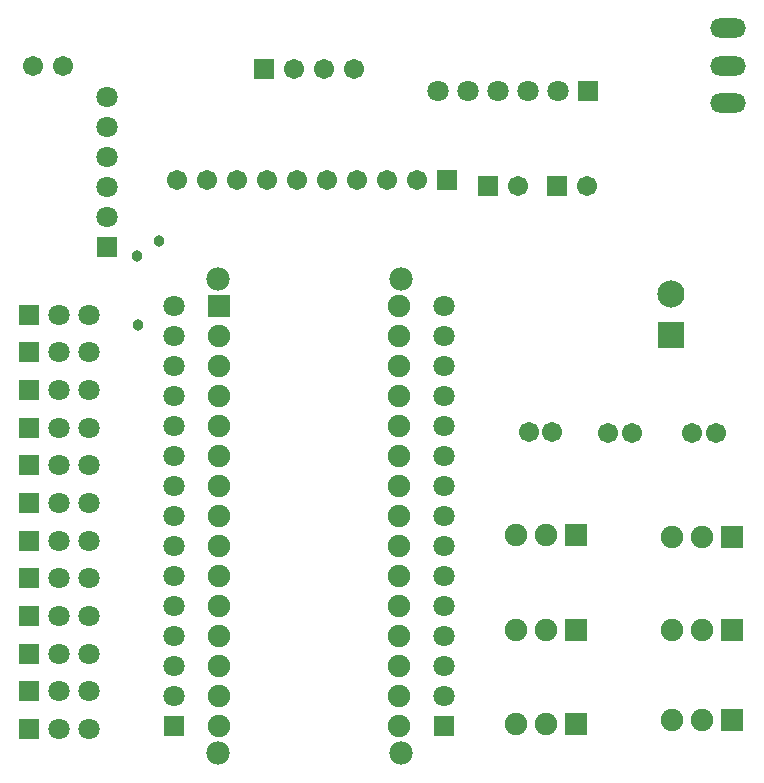
<source format=gbs>
%FSTAX23Y23*%
%MOIN*%
%SFA1B1*%

%IPPOS*%
%ADD43R,0.074930X0.074930*%
%ADD44C,0.074930*%
%ADD45C,0.078000*%
%ADD46O,0.120000X0.064000*%
%ADD47C,0.070990*%
%ADD48R,0.070990X0.070990*%
%ADD49C,0.067060*%
%ADD50R,0.067060X0.067060*%
%ADD51C,0.090680*%
%ADD52R,0.090680X0.090680*%
%ADD53R,0.070990X0.070990*%
%ADD54C,0.038000*%
%LNqudruped_nano-1*%
%LPD*%
G54D43*
X03585Y0256D03*
X05295Y0179D03*
Y0148D03*
Y0118D03*
X04775Y01165D03*
Y0148D03*
Y01795D03*
G54D44*
X03585Y0246D03*
Y0236D03*
Y0226D03*
Y0216D03*
Y0206D03*
Y0196D03*
Y0186D03*
Y0176D03*
Y0166D03*
Y0156D03*
Y0146D03*
Y0136D03*
Y0126D03*
Y0116D03*
X04185D03*
Y0126D03*
Y0136D03*
Y0146D03*
Y0156D03*
Y0166D03*
Y0176D03*
Y0186D03*
Y0196D03*
Y0206D03*
Y0216D03*
Y0226D03*
Y0236D03*
Y0246D03*
Y0256D03*
X05195Y0179D03*
X05095D03*
X05195Y0148D03*
X05095D03*
X05195Y0118D03*
X05095D03*
X04675Y01165D03*
X04575D03*
X04675Y0148D03*
X04575D03*
X04675Y01795D03*
X04575D03*
G54D45*
X0358Y0107D03*
X0419D03*
X0358Y0265D03*
X0419D03*
G54D46*
X0528Y03235D03*
Y0336D03*
Y03485D03*
G54D47*
X0321Y03155D03*
Y02955D03*
Y02855D03*
Y03055D03*
Y03255D03*
X0305Y0115D03*
X0315D03*
X0305Y01275D03*
X0315D03*
X0305Y014D03*
X0315D03*
X0305Y01526D03*
X0315D03*
X0305Y01651D03*
X0315D03*
X0305Y01777D03*
X0315D03*
X0305Y01902D03*
X0315D03*
X0305Y02028D03*
X0315D03*
X0305Y02153D03*
X0315D03*
X0305Y02279D03*
X0315D03*
X0305Y02404D03*
X0315D03*
X0305Y0253D03*
X0315D03*
X03435Y0126D03*
Y0136D03*
Y0146D03*
Y0156D03*
Y0166D03*
Y0176D03*
Y0186D03*
Y0196D03*
Y0206D03*
Y0216D03*
Y0226D03*
Y0236D03*
Y0246D03*
Y0256D03*
X04335Y0126D03*
Y0136D03*
Y0146D03*
Y0156D03*
Y0166D03*
Y0176D03*
Y0186D03*
Y0196D03*
Y0206D03*
Y0216D03*
Y0226D03*
Y0236D03*
Y0246D03*
Y0256D03*
X04415Y03275D03*
X04615D03*
X04715D03*
X04515D03*
X04315D03*
G54D48*
X0321Y02755D03*
X03435Y0116D03*
X04335D03*
G54D49*
X03445Y0298D03*
X03545D03*
X03745D03*
X03845D03*
X04045D03*
X04145D03*
X04245D03*
X03945D03*
X03645D03*
X0458Y0296D03*
X0481D03*
X04616Y0214D03*
X04695D03*
X05239Y02135D03*
X0516D03*
X0496D03*
X04881D03*
X03835Y0335D03*
X03935D03*
X04035D03*
X03065Y0336D03*
X02965D03*
G54D50*
X04345Y0298D03*
X0448Y0296D03*
X0471D03*
X03735Y0335D03*
G54D51*
X0509Y026D03*
G54D52*
X0509Y02462D03*
G54D53*
X0295Y0115D03*
Y01275D03*
Y014D03*
Y01526D03*
Y01651D03*
Y01777D03*
Y01902D03*
Y02028D03*
Y02153D03*
Y02279D03*
Y02404D03*
Y0253D03*
X04815Y03275D03*
G54D54*
X03315Y02495D03*
X03385Y02775D03*
X0331Y02725D03*
M02*
</source>
